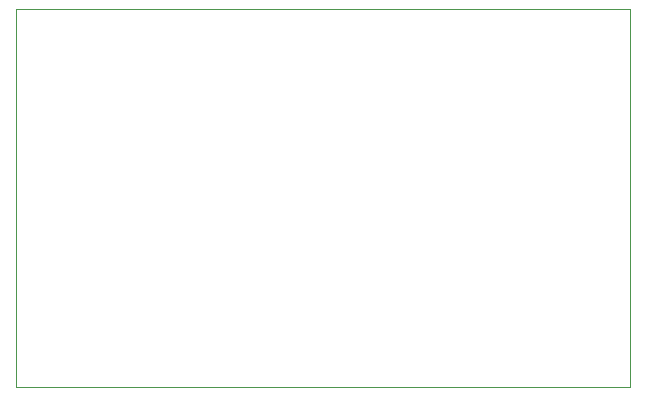
<source format=gm1>
%TF.GenerationSoftware,KiCad,Pcbnew,(6.0.0)*%
%TF.CreationDate,2022-01-10T14:57:04+03:00*%
%TF.ProjectId,ModuleControl,4d6f6475-6c65-4436-9f6e-74726f6c2e6b,rev?*%
%TF.SameCoordinates,Original*%
%TF.FileFunction,Profile,NP*%
%FSLAX46Y46*%
G04 Gerber Fmt 4.6, Leading zero omitted, Abs format (unit mm)*
G04 Created by KiCad (PCBNEW (6.0.0)) date 2022-01-10 14:57:04*
%MOMM*%
%LPD*%
G01*
G04 APERTURE LIST*
%TA.AperFunction,Profile*%
%ADD10C,0.050000*%
%TD*%
G04 APERTURE END LIST*
D10*
X173666000Y-58930000D02*
X121666000Y-58930000D01*
X121666000Y-90930000D02*
X121666000Y-58930000D01*
X173666000Y-90930000D02*
X173666000Y-58930000D01*
X173666000Y-90930000D02*
X121666000Y-90930000D01*
M02*

</source>
